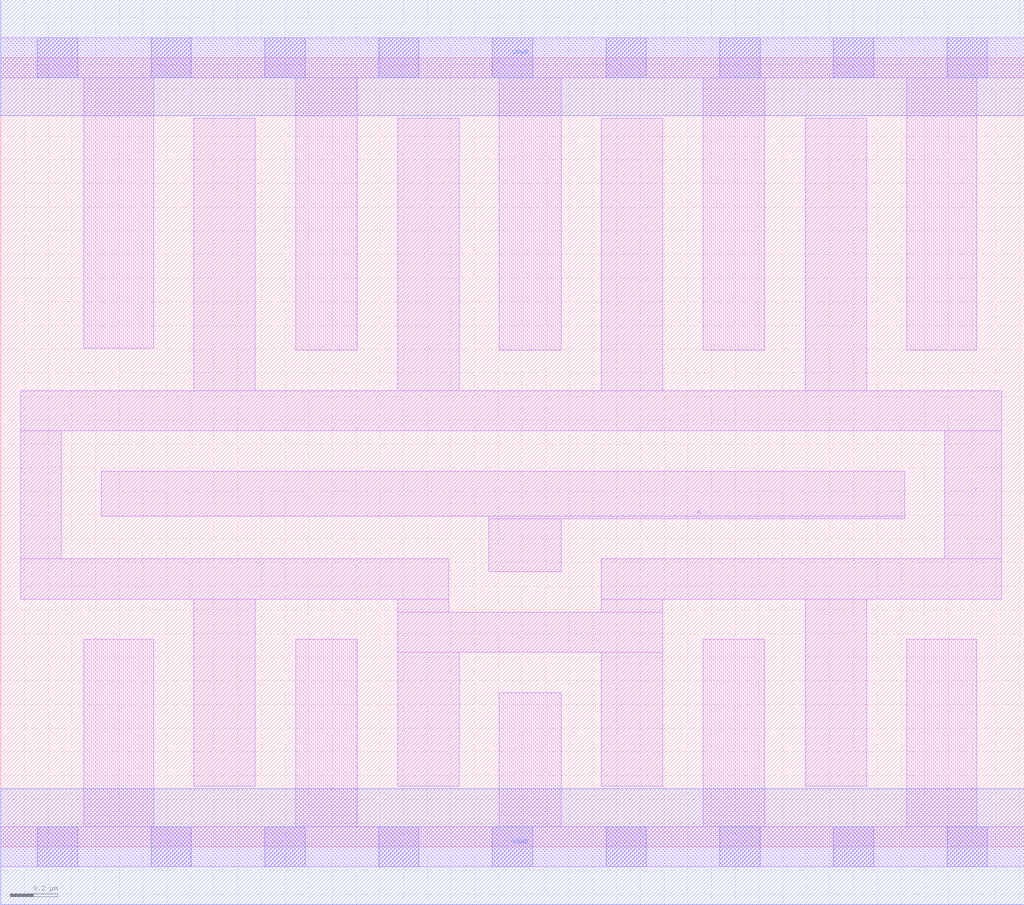
<source format=lef>
# Copyright 2020 The SkyWater PDK Authors
#
# Licensed under the Apache License, Version 2.0 (the "License");
# you may not use this file except in compliance with the License.
# You may obtain a copy of the License at
#
#     https://www.apache.org/licenses/LICENSE-2.0
#
# Unless required by applicable law or agreed to in writing, software
# distributed under the License is distributed on an "AS IS" BASIS,
# WITHOUT WARRANTIES OR CONDITIONS OF ANY KIND, either express or implied.
# See the License for the specific language governing permissions and
# limitations under the License.
#
# SPDX-License-Identifier: Apache-2.0

VERSION 5.7 ;
  NAMESCASESENSITIVE ON ;
  NOWIREEXTENSIONATPIN ON ;
  DIVIDERCHAR "/" ;
  BUSBITCHARS "[]" ;
UNITS
  DATABASE MICRONS 200 ;
END UNITS
MACRO sky130_fd_sc_lp__inv_8
  CLASS CORE ;
  FOREIGN sky130_fd_sc_lp__inv_8 ;
  ORIGIN  0.000000  0.000000 ;
  SIZE  4.320000 BY  3.330000 ;
  SYMMETRY X Y R90 ;
  SITE unit ;
  PIN A
    ANTENNAGATEAREA  2.520000 ;
    DIRECTION INPUT ;
    USE SIGNAL ;
    PORT
      LAYER li1 ;
        RECT 0.425000 1.395000 3.815000 1.585000 ;
        RECT 2.060000 1.160000 2.365000 1.385000 ;
        RECT 2.060000 1.385000 3.815000 1.395000 ;
    END
  END A
  PIN Y
    ANTENNADIFFAREA  2.352000 ;
    DIRECTION OUTPUT ;
    USE SIGNAL ;
    PORT
      LAYER li1 ;
        RECT 0.085000 1.045000 1.890000 1.215000 ;
        RECT 0.085000 1.215000 0.255000 1.755000 ;
        RECT 0.085000 1.755000 4.225000 1.925000 ;
        RECT 0.815000 0.255000 1.075000 1.045000 ;
        RECT 0.815000 1.925000 1.075000 3.075000 ;
        RECT 1.675000 0.255000 1.935000 0.820000 ;
        RECT 1.675000 0.820000 2.795000 0.990000 ;
        RECT 1.675000 0.990000 1.890000 1.045000 ;
        RECT 1.675000 1.925000 1.935000 3.075000 ;
        RECT 2.535000 0.255000 2.795000 0.820000 ;
        RECT 2.535000 0.990000 2.795000 1.045000 ;
        RECT 2.535000 1.045000 4.225000 1.215000 ;
        RECT 2.535000 1.925000 2.795000 3.075000 ;
        RECT 3.395000 0.255000 3.655000 1.045000 ;
        RECT 3.395000 1.925000 3.655000 3.075000 ;
        RECT 3.985000 1.215000 4.225000 1.755000 ;
    END
  END Y
  PIN VGND
    DIRECTION INOUT ;
    USE GROUND ;
    PORT
      LAYER met1 ;
        RECT 0.000000 -0.245000 4.320000 0.245000 ;
    END
  END VGND
  PIN VPWR
    DIRECTION INOUT ;
    USE POWER ;
    PORT
      LAYER met1 ;
        RECT 0.000000 3.085000 4.320000 3.575000 ;
    END
  END VPWR
  OBS
    LAYER li1 ;
      RECT 0.000000 -0.085000 4.320000 0.085000 ;
      RECT 0.000000  3.245000 4.320000 3.415000 ;
      RECT 0.350000  0.085000 0.645000 0.875000 ;
      RECT 0.350000  2.105000 0.645000 3.245000 ;
      RECT 1.245000  0.085000 1.505000 0.875000 ;
      RECT 1.245000  2.095000 1.505000 3.245000 ;
      RECT 2.105000  0.085000 2.365000 0.650000 ;
      RECT 2.105000  2.095000 2.365000 3.245000 ;
      RECT 2.965000  0.085000 3.225000 0.875000 ;
      RECT 2.965000  2.095000 3.225000 3.245000 ;
      RECT 3.825000  0.085000 4.120000 0.875000 ;
      RECT 3.825000  2.095000 4.120000 3.245000 ;
    LAYER mcon ;
      RECT 0.155000 -0.085000 0.325000 0.085000 ;
      RECT 0.155000  3.245000 0.325000 3.415000 ;
      RECT 0.635000 -0.085000 0.805000 0.085000 ;
      RECT 0.635000  3.245000 0.805000 3.415000 ;
      RECT 1.115000 -0.085000 1.285000 0.085000 ;
      RECT 1.115000  3.245000 1.285000 3.415000 ;
      RECT 1.595000 -0.085000 1.765000 0.085000 ;
      RECT 1.595000  3.245000 1.765000 3.415000 ;
      RECT 2.075000 -0.085000 2.245000 0.085000 ;
      RECT 2.075000  3.245000 2.245000 3.415000 ;
      RECT 2.555000 -0.085000 2.725000 0.085000 ;
      RECT 2.555000  3.245000 2.725000 3.415000 ;
      RECT 3.035000 -0.085000 3.205000 0.085000 ;
      RECT 3.035000  3.245000 3.205000 3.415000 ;
      RECT 3.515000 -0.085000 3.685000 0.085000 ;
      RECT 3.515000  3.245000 3.685000 3.415000 ;
      RECT 3.995000 -0.085000 4.165000 0.085000 ;
      RECT 3.995000  3.245000 4.165000 3.415000 ;
  END
END sky130_fd_sc_lp__inv_8
END LIBRARY

</source>
